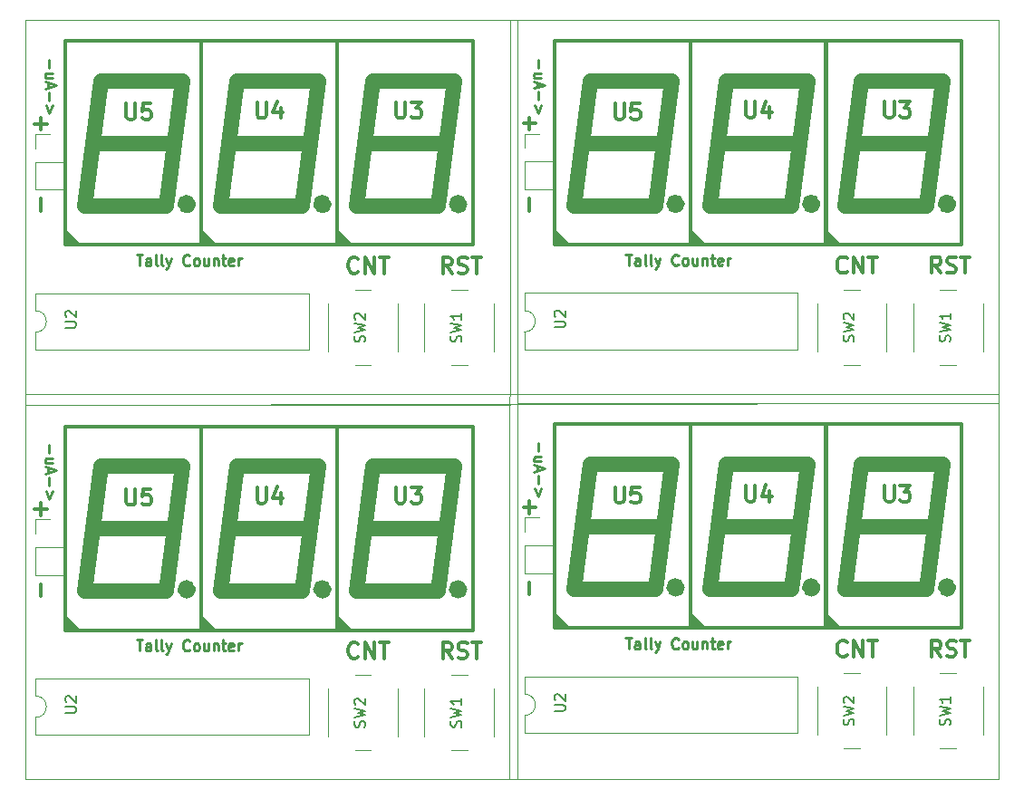
<source format=gbr>
G04 #@! TF.GenerationSoftware,KiCad,Pcbnew,(5.1.9)-1*
G04 #@! TF.CreationDate,2021-06-20T07:06:55+07:00*
G04 #@! TF.ProjectId,tally,74616c6c-792e-46b6-9963-61645f706362,rev?*
G04 #@! TF.SameCoordinates,Original*
G04 #@! TF.FileFunction,Legend,Top*
G04 #@! TF.FilePolarity,Positive*
%FSLAX46Y46*%
G04 Gerber Fmt 4.6, Leading zero omitted, Abs format (unit mm)*
G04 Created by KiCad (PCBNEW (5.1.9)-1) date 2021-06-20 07:06:55*
%MOMM*%
%LPD*%
G01*
G04 APERTURE LIST*
%ADD10C,0.120000*%
%ADD11C,0.300000*%
%ADD12C,0.250000*%
%ADD13C,0.322580*%
%ADD14C,1.399540*%
%ADD15C,0.304800*%
%ADD16C,1.000760*%
%ADD17C,0.150000*%
G04 APERTURE END LIST*
D10*
X202250000Y-99000000D02*
X202325000Y-28025000D01*
X203000000Y-28000000D02*
X203000000Y-99000000D01*
X248000000Y-63850000D02*
X157000000Y-64000000D01*
X157000000Y-63000000D02*
X248000000Y-63000000D01*
X157325000Y-64025000D02*
X202325000Y-64025000D01*
D11*
X158467857Y-73167857D02*
X158467857Y-74310714D01*
X157896428Y-73739285D02*
X159039285Y-73739285D01*
X158467857Y-80739285D02*
X158467857Y-81882142D01*
D12*
X159253571Y-67775000D02*
X159253571Y-68536904D01*
X159539285Y-69441666D02*
X158872619Y-69441666D01*
X159539285Y-69013095D02*
X159015476Y-69013095D01*
X158920238Y-69060714D01*
X158872619Y-69155952D01*
X158872619Y-69298809D01*
X158920238Y-69394047D01*
X158967857Y-69441666D01*
X159158333Y-69870238D02*
X159158333Y-70346428D01*
X158872619Y-69775000D02*
X159872619Y-70108333D01*
X158872619Y-70441666D01*
X159253571Y-70775000D02*
X159253571Y-71536904D01*
X159539285Y-72013095D02*
X159253571Y-72775000D01*
X158967857Y-72013095D01*
X167420238Y-85977380D02*
X167991666Y-85977380D01*
X167705952Y-86977380D02*
X167705952Y-85977380D01*
X168753571Y-86977380D02*
X168753571Y-86453571D01*
X168705952Y-86358333D01*
X168610714Y-86310714D01*
X168420238Y-86310714D01*
X168325000Y-86358333D01*
X168753571Y-86929761D02*
X168658333Y-86977380D01*
X168420238Y-86977380D01*
X168325000Y-86929761D01*
X168277380Y-86834523D01*
X168277380Y-86739285D01*
X168325000Y-86644047D01*
X168420238Y-86596428D01*
X168658333Y-86596428D01*
X168753571Y-86548809D01*
X169372619Y-86977380D02*
X169277380Y-86929761D01*
X169229761Y-86834523D01*
X169229761Y-85977380D01*
X169896428Y-86977380D02*
X169801190Y-86929761D01*
X169753571Y-86834523D01*
X169753571Y-85977380D01*
X170182142Y-86310714D02*
X170420238Y-86977380D01*
X170658333Y-86310714D02*
X170420238Y-86977380D01*
X170325000Y-87215476D01*
X170277380Y-87263095D01*
X170182142Y-87310714D01*
X172372619Y-86882142D02*
X172325000Y-86929761D01*
X172182142Y-86977380D01*
X172086904Y-86977380D01*
X171944047Y-86929761D01*
X171848809Y-86834523D01*
X171801190Y-86739285D01*
X171753571Y-86548809D01*
X171753571Y-86405952D01*
X171801190Y-86215476D01*
X171848809Y-86120238D01*
X171944047Y-86025000D01*
X172086904Y-85977380D01*
X172182142Y-85977380D01*
X172325000Y-86025000D01*
X172372619Y-86072619D01*
X172944047Y-86977380D02*
X172848809Y-86929761D01*
X172801190Y-86882142D01*
X172753571Y-86786904D01*
X172753571Y-86501190D01*
X172801190Y-86405952D01*
X172848809Y-86358333D01*
X172944047Y-86310714D01*
X173086904Y-86310714D01*
X173182142Y-86358333D01*
X173229761Y-86405952D01*
X173277380Y-86501190D01*
X173277380Y-86786904D01*
X173229761Y-86882142D01*
X173182142Y-86929761D01*
X173086904Y-86977380D01*
X172944047Y-86977380D01*
X174134523Y-86310714D02*
X174134523Y-86977380D01*
X173705952Y-86310714D02*
X173705952Y-86834523D01*
X173753571Y-86929761D01*
X173848809Y-86977380D01*
X173991666Y-86977380D01*
X174086904Y-86929761D01*
X174134523Y-86882142D01*
X174610714Y-86310714D02*
X174610714Y-86977380D01*
X174610714Y-86405952D02*
X174658333Y-86358333D01*
X174753571Y-86310714D01*
X174896428Y-86310714D01*
X174991666Y-86358333D01*
X175039285Y-86453571D01*
X175039285Y-86977380D01*
X175372619Y-86310714D02*
X175753571Y-86310714D01*
X175515476Y-85977380D02*
X175515476Y-86834523D01*
X175563095Y-86929761D01*
X175658333Y-86977380D01*
X175753571Y-86977380D01*
X176467857Y-86929761D02*
X176372619Y-86977380D01*
X176182142Y-86977380D01*
X176086904Y-86929761D01*
X176039285Y-86834523D01*
X176039285Y-86453571D01*
X176086904Y-86358333D01*
X176182142Y-86310714D01*
X176372619Y-86310714D01*
X176467857Y-86358333D01*
X176515476Y-86453571D01*
X176515476Y-86548809D01*
X176039285Y-86644047D01*
X176944047Y-86977380D02*
X176944047Y-86310714D01*
X176944047Y-86501190D02*
X176991666Y-86405952D01*
X177039285Y-86358333D01*
X177134523Y-86310714D01*
X177229761Y-86310714D01*
D11*
X188110714Y-87560714D02*
X188039285Y-87632142D01*
X187825000Y-87703571D01*
X187682142Y-87703571D01*
X187467857Y-87632142D01*
X187325000Y-87489285D01*
X187253571Y-87346428D01*
X187182142Y-87060714D01*
X187182142Y-86846428D01*
X187253571Y-86560714D01*
X187325000Y-86417857D01*
X187467857Y-86275000D01*
X187682142Y-86203571D01*
X187825000Y-86203571D01*
X188039285Y-86275000D01*
X188110714Y-86346428D01*
X188753571Y-87703571D02*
X188753571Y-86203571D01*
X189610714Y-87703571D01*
X189610714Y-86203571D01*
X190110714Y-86203571D02*
X190967857Y-86203571D01*
X190539285Y-87703571D02*
X190539285Y-86203571D01*
X196896428Y-87703571D02*
X196396428Y-86989285D01*
X196039285Y-87703571D02*
X196039285Y-86203571D01*
X196610714Y-86203571D01*
X196753571Y-86275000D01*
X196825000Y-86346428D01*
X196896428Y-86489285D01*
X196896428Y-86703571D01*
X196825000Y-86846428D01*
X196753571Y-86917857D01*
X196610714Y-86989285D01*
X196039285Y-86989285D01*
X197467857Y-87632142D02*
X197682142Y-87703571D01*
X198039285Y-87703571D01*
X198182142Y-87632142D01*
X198253571Y-87560714D01*
X198325000Y-87417857D01*
X198325000Y-87275000D01*
X198253571Y-87132142D01*
X198182142Y-87060714D01*
X198039285Y-86989285D01*
X197753571Y-86917857D01*
X197610714Y-86846428D01*
X197539285Y-86775000D01*
X197467857Y-86632142D01*
X197467857Y-86489285D01*
X197539285Y-86346428D01*
X197610714Y-86275000D01*
X197753571Y-86203571D01*
X198110714Y-86203571D01*
X198325000Y-86275000D01*
X198753571Y-86203571D02*
X199610714Y-86203571D01*
X199182142Y-87703571D02*
X199182142Y-86203571D01*
D10*
X157325000Y-28025000D02*
X202325000Y-28025000D01*
D11*
X158467857Y-37167857D02*
X158467857Y-38310714D01*
X157896428Y-37739285D02*
X159039285Y-37739285D01*
X158467857Y-44739285D02*
X158467857Y-45882142D01*
D12*
X159253571Y-31775000D02*
X159253571Y-32536904D01*
X159539285Y-33441666D02*
X158872619Y-33441666D01*
X159539285Y-33013095D02*
X159015476Y-33013095D01*
X158920238Y-33060714D01*
X158872619Y-33155952D01*
X158872619Y-33298809D01*
X158920238Y-33394047D01*
X158967857Y-33441666D01*
X159158333Y-33870238D02*
X159158333Y-34346428D01*
X158872619Y-33775000D02*
X159872619Y-34108333D01*
X158872619Y-34441666D01*
X159253571Y-34775000D02*
X159253571Y-35536904D01*
X159539285Y-36013095D02*
X159253571Y-36775000D01*
X158967857Y-36013095D01*
X167420238Y-49977380D02*
X167991666Y-49977380D01*
X167705952Y-50977380D02*
X167705952Y-49977380D01*
X168753571Y-50977380D02*
X168753571Y-50453571D01*
X168705952Y-50358333D01*
X168610714Y-50310714D01*
X168420238Y-50310714D01*
X168325000Y-50358333D01*
X168753571Y-50929761D02*
X168658333Y-50977380D01*
X168420238Y-50977380D01*
X168325000Y-50929761D01*
X168277380Y-50834523D01*
X168277380Y-50739285D01*
X168325000Y-50644047D01*
X168420238Y-50596428D01*
X168658333Y-50596428D01*
X168753571Y-50548809D01*
X169372619Y-50977380D02*
X169277380Y-50929761D01*
X169229761Y-50834523D01*
X169229761Y-49977380D01*
X169896428Y-50977380D02*
X169801190Y-50929761D01*
X169753571Y-50834523D01*
X169753571Y-49977380D01*
X170182142Y-50310714D02*
X170420238Y-50977380D01*
X170658333Y-50310714D02*
X170420238Y-50977380D01*
X170325000Y-51215476D01*
X170277380Y-51263095D01*
X170182142Y-51310714D01*
X172372619Y-50882142D02*
X172325000Y-50929761D01*
X172182142Y-50977380D01*
X172086904Y-50977380D01*
X171944047Y-50929761D01*
X171848809Y-50834523D01*
X171801190Y-50739285D01*
X171753571Y-50548809D01*
X171753571Y-50405952D01*
X171801190Y-50215476D01*
X171848809Y-50120238D01*
X171944047Y-50025000D01*
X172086904Y-49977380D01*
X172182142Y-49977380D01*
X172325000Y-50025000D01*
X172372619Y-50072619D01*
X172944047Y-50977380D02*
X172848809Y-50929761D01*
X172801190Y-50882142D01*
X172753571Y-50786904D01*
X172753571Y-50501190D01*
X172801190Y-50405952D01*
X172848809Y-50358333D01*
X172944047Y-50310714D01*
X173086904Y-50310714D01*
X173182142Y-50358333D01*
X173229761Y-50405952D01*
X173277380Y-50501190D01*
X173277380Y-50786904D01*
X173229761Y-50882142D01*
X173182142Y-50929761D01*
X173086904Y-50977380D01*
X172944047Y-50977380D01*
X174134523Y-50310714D02*
X174134523Y-50977380D01*
X173705952Y-50310714D02*
X173705952Y-50834523D01*
X173753571Y-50929761D01*
X173848809Y-50977380D01*
X173991666Y-50977380D01*
X174086904Y-50929761D01*
X174134523Y-50882142D01*
X174610714Y-50310714D02*
X174610714Y-50977380D01*
X174610714Y-50405952D02*
X174658333Y-50358333D01*
X174753571Y-50310714D01*
X174896428Y-50310714D01*
X174991666Y-50358333D01*
X175039285Y-50453571D01*
X175039285Y-50977380D01*
X175372619Y-50310714D02*
X175753571Y-50310714D01*
X175515476Y-49977380D02*
X175515476Y-50834523D01*
X175563095Y-50929761D01*
X175658333Y-50977380D01*
X175753571Y-50977380D01*
X176467857Y-50929761D02*
X176372619Y-50977380D01*
X176182142Y-50977380D01*
X176086904Y-50929761D01*
X176039285Y-50834523D01*
X176039285Y-50453571D01*
X176086904Y-50358333D01*
X176182142Y-50310714D01*
X176372619Y-50310714D01*
X176467857Y-50358333D01*
X176515476Y-50453571D01*
X176515476Y-50548809D01*
X176039285Y-50644047D01*
X176944047Y-50977380D02*
X176944047Y-50310714D01*
X176944047Y-50501190D02*
X176991666Y-50405952D01*
X177039285Y-50358333D01*
X177134523Y-50310714D01*
X177229761Y-50310714D01*
D11*
X188110714Y-51560714D02*
X188039285Y-51632142D01*
X187825000Y-51703571D01*
X187682142Y-51703571D01*
X187467857Y-51632142D01*
X187325000Y-51489285D01*
X187253571Y-51346428D01*
X187182142Y-51060714D01*
X187182142Y-50846428D01*
X187253571Y-50560714D01*
X187325000Y-50417857D01*
X187467857Y-50275000D01*
X187682142Y-50203571D01*
X187825000Y-50203571D01*
X188039285Y-50275000D01*
X188110714Y-50346428D01*
X188753571Y-51703571D02*
X188753571Y-50203571D01*
X189610714Y-51703571D01*
X189610714Y-50203571D01*
X190110714Y-50203571D02*
X190967857Y-50203571D01*
X190539285Y-51703571D02*
X190539285Y-50203571D01*
X196896428Y-51703571D02*
X196396428Y-50989285D01*
X196039285Y-51703571D02*
X196039285Y-50203571D01*
X196610714Y-50203571D01*
X196753571Y-50275000D01*
X196825000Y-50346428D01*
X196896428Y-50489285D01*
X196896428Y-50703571D01*
X196825000Y-50846428D01*
X196753571Y-50917857D01*
X196610714Y-50989285D01*
X196039285Y-50989285D01*
X197467857Y-51632142D02*
X197682142Y-51703571D01*
X198039285Y-51703571D01*
X198182142Y-51632142D01*
X198253571Y-51560714D01*
X198325000Y-51417857D01*
X198325000Y-51275000D01*
X198253571Y-51132142D01*
X198182142Y-51060714D01*
X198039285Y-50989285D01*
X197753571Y-50917857D01*
X197610714Y-50846428D01*
X197539285Y-50775000D01*
X197467857Y-50632142D01*
X197467857Y-50489285D01*
X197539285Y-50346428D01*
X197610714Y-50275000D01*
X197753571Y-50203571D01*
X198110714Y-50203571D01*
X198325000Y-50275000D01*
X198753571Y-50203571D02*
X199610714Y-50203571D01*
X199182142Y-51703571D02*
X199182142Y-50203571D01*
D10*
X203000000Y-63850000D02*
X248000000Y-63850000D01*
D11*
X204142857Y-72992857D02*
X204142857Y-74135714D01*
X203571428Y-73564285D02*
X204714285Y-73564285D01*
X204142857Y-80564285D02*
X204142857Y-81707142D01*
D12*
X204928571Y-67600000D02*
X204928571Y-68361904D01*
X205214285Y-69266666D02*
X204547619Y-69266666D01*
X205214285Y-68838095D02*
X204690476Y-68838095D01*
X204595238Y-68885714D01*
X204547619Y-68980952D01*
X204547619Y-69123809D01*
X204595238Y-69219047D01*
X204642857Y-69266666D01*
X204833333Y-69695238D02*
X204833333Y-70171428D01*
X204547619Y-69600000D02*
X205547619Y-69933333D01*
X204547619Y-70266666D01*
X204928571Y-70600000D02*
X204928571Y-71361904D01*
X205214285Y-71838095D02*
X204928571Y-72600000D01*
X204642857Y-71838095D01*
X213095238Y-85802380D02*
X213666666Y-85802380D01*
X213380952Y-86802380D02*
X213380952Y-85802380D01*
X214428571Y-86802380D02*
X214428571Y-86278571D01*
X214380952Y-86183333D01*
X214285714Y-86135714D01*
X214095238Y-86135714D01*
X214000000Y-86183333D01*
X214428571Y-86754761D02*
X214333333Y-86802380D01*
X214095238Y-86802380D01*
X214000000Y-86754761D01*
X213952380Y-86659523D01*
X213952380Y-86564285D01*
X214000000Y-86469047D01*
X214095238Y-86421428D01*
X214333333Y-86421428D01*
X214428571Y-86373809D01*
X215047619Y-86802380D02*
X214952380Y-86754761D01*
X214904761Y-86659523D01*
X214904761Y-85802380D01*
X215571428Y-86802380D02*
X215476190Y-86754761D01*
X215428571Y-86659523D01*
X215428571Y-85802380D01*
X215857142Y-86135714D02*
X216095238Y-86802380D01*
X216333333Y-86135714D02*
X216095238Y-86802380D01*
X216000000Y-87040476D01*
X215952380Y-87088095D01*
X215857142Y-87135714D01*
X218047619Y-86707142D02*
X218000000Y-86754761D01*
X217857142Y-86802380D01*
X217761904Y-86802380D01*
X217619047Y-86754761D01*
X217523809Y-86659523D01*
X217476190Y-86564285D01*
X217428571Y-86373809D01*
X217428571Y-86230952D01*
X217476190Y-86040476D01*
X217523809Y-85945238D01*
X217619047Y-85850000D01*
X217761904Y-85802380D01*
X217857142Y-85802380D01*
X218000000Y-85850000D01*
X218047619Y-85897619D01*
X218619047Y-86802380D02*
X218523809Y-86754761D01*
X218476190Y-86707142D01*
X218428571Y-86611904D01*
X218428571Y-86326190D01*
X218476190Y-86230952D01*
X218523809Y-86183333D01*
X218619047Y-86135714D01*
X218761904Y-86135714D01*
X218857142Y-86183333D01*
X218904761Y-86230952D01*
X218952380Y-86326190D01*
X218952380Y-86611904D01*
X218904761Y-86707142D01*
X218857142Y-86754761D01*
X218761904Y-86802380D01*
X218619047Y-86802380D01*
X219809523Y-86135714D02*
X219809523Y-86802380D01*
X219380952Y-86135714D02*
X219380952Y-86659523D01*
X219428571Y-86754761D01*
X219523809Y-86802380D01*
X219666666Y-86802380D01*
X219761904Y-86754761D01*
X219809523Y-86707142D01*
X220285714Y-86135714D02*
X220285714Y-86802380D01*
X220285714Y-86230952D02*
X220333333Y-86183333D01*
X220428571Y-86135714D01*
X220571428Y-86135714D01*
X220666666Y-86183333D01*
X220714285Y-86278571D01*
X220714285Y-86802380D01*
X221047619Y-86135714D02*
X221428571Y-86135714D01*
X221190476Y-85802380D02*
X221190476Y-86659523D01*
X221238095Y-86754761D01*
X221333333Y-86802380D01*
X221428571Y-86802380D01*
X222142857Y-86754761D02*
X222047619Y-86802380D01*
X221857142Y-86802380D01*
X221761904Y-86754761D01*
X221714285Y-86659523D01*
X221714285Y-86278571D01*
X221761904Y-86183333D01*
X221857142Y-86135714D01*
X222047619Y-86135714D01*
X222142857Y-86183333D01*
X222190476Y-86278571D01*
X222190476Y-86373809D01*
X221714285Y-86469047D01*
X222619047Y-86802380D02*
X222619047Y-86135714D01*
X222619047Y-86326190D02*
X222666666Y-86230952D01*
X222714285Y-86183333D01*
X222809523Y-86135714D01*
X222904761Y-86135714D01*
D11*
X233785714Y-87385714D02*
X233714285Y-87457142D01*
X233500000Y-87528571D01*
X233357142Y-87528571D01*
X233142857Y-87457142D01*
X233000000Y-87314285D01*
X232928571Y-87171428D01*
X232857142Y-86885714D01*
X232857142Y-86671428D01*
X232928571Y-86385714D01*
X233000000Y-86242857D01*
X233142857Y-86100000D01*
X233357142Y-86028571D01*
X233500000Y-86028571D01*
X233714285Y-86100000D01*
X233785714Y-86171428D01*
X234428571Y-87528571D02*
X234428571Y-86028571D01*
X235285714Y-87528571D01*
X235285714Y-86028571D01*
X235785714Y-86028571D02*
X236642857Y-86028571D01*
X236214285Y-87528571D02*
X236214285Y-86028571D01*
X242571428Y-87528571D02*
X242071428Y-86814285D01*
X241714285Y-87528571D02*
X241714285Y-86028571D01*
X242285714Y-86028571D01*
X242428571Y-86100000D01*
X242500000Y-86171428D01*
X242571428Y-86314285D01*
X242571428Y-86528571D01*
X242500000Y-86671428D01*
X242428571Y-86742857D01*
X242285714Y-86814285D01*
X241714285Y-86814285D01*
X243142857Y-87457142D02*
X243357142Y-87528571D01*
X243714285Y-87528571D01*
X243857142Y-87457142D01*
X243928571Y-87385714D01*
X244000000Y-87242857D01*
X244000000Y-87100000D01*
X243928571Y-86957142D01*
X243857142Y-86885714D01*
X243714285Y-86814285D01*
X243428571Y-86742857D01*
X243285714Y-86671428D01*
X243214285Y-86600000D01*
X243142857Y-86457142D01*
X243142857Y-86314285D01*
X243214285Y-86171428D01*
X243285714Y-86100000D01*
X243428571Y-86028571D01*
X243785714Y-86028571D01*
X244000000Y-86100000D01*
X244428571Y-86028571D02*
X245285714Y-86028571D01*
X244857142Y-87528571D02*
X244857142Y-86028571D01*
D10*
X157000000Y-28000000D02*
X203000000Y-28000000D01*
X157000000Y-99000000D02*
X157000000Y-28000000D01*
X248000000Y-99000000D02*
X157000000Y-99000000D01*
X248000000Y-28000000D02*
X248000000Y-99000000D01*
X203000000Y-28000000D02*
X248000000Y-28000000D01*
D12*
X213095238Y-49952380D02*
X213666666Y-49952380D01*
X213380952Y-50952380D02*
X213380952Y-49952380D01*
X214428571Y-50952380D02*
X214428571Y-50428571D01*
X214380952Y-50333333D01*
X214285714Y-50285714D01*
X214095238Y-50285714D01*
X214000000Y-50333333D01*
X214428571Y-50904761D02*
X214333333Y-50952380D01*
X214095238Y-50952380D01*
X214000000Y-50904761D01*
X213952380Y-50809523D01*
X213952380Y-50714285D01*
X214000000Y-50619047D01*
X214095238Y-50571428D01*
X214333333Y-50571428D01*
X214428571Y-50523809D01*
X215047619Y-50952380D02*
X214952380Y-50904761D01*
X214904761Y-50809523D01*
X214904761Y-49952380D01*
X215571428Y-50952380D02*
X215476190Y-50904761D01*
X215428571Y-50809523D01*
X215428571Y-49952380D01*
X215857142Y-50285714D02*
X216095238Y-50952380D01*
X216333333Y-50285714D02*
X216095238Y-50952380D01*
X216000000Y-51190476D01*
X215952380Y-51238095D01*
X215857142Y-51285714D01*
X218047619Y-50857142D02*
X218000000Y-50904761D01*
X217857142Y-50952380D01*
X217761904Y-50952380D01*
X217619047Y-50904761D01*
X217523809Y-50809523D01*
X217476190Y-50714285D01*
X217428571Y-50523809D01*
X217428571Y-50380952D01*
X217476190Y-50190476D01*
X217523809Y-50095238D01*
X217619047Y-50000000D01*
X217761904Y-49952380D01*
X217857142Y-49952380D01*
X218000000Y-50000000D01*
X218047619Y-50047619D01*
X218619047Y-50952380D02*
X218523809Y-50904761D01*
X218476190Y-50857142D01*
X218428571Y-50761904D01*
X218428571Y-50476190D01*
X218476190Y-50380952D01*
X218523809Y-50333333D01*
X218619047Y-50285714D01*
X218761904Y-50285714D01*
X218857142Y-50333333D01*
X218904761Y-50380952D01*
X218952380Y-50476190D01*
X218952380Y-50761904D01*
X218904761Y-50857142D01*
X218857142Y-50904761D01*
X218761904Y-50952380D01*
X218619047Y-50952380D01*
X219809523Y-50285714D02*
X219809523Y-50952380D01*
X219380952Y-50285714D02*
X219380952Y-50809523D01*
X219428571Y-50904761D01*
X219523809Y-50952380D01*
X219666666Y-50952380D01*
X219761904Y-50904761D01*
X219809523Y-50857142D01*
X220285714Y-50285714D02*
X220285714Y-50952380D01*
X220285714Y-50380952D02*
X220333333Y-50333333D01*
X220428571Y-50285714D01*
X220571428Y-50285714D01*
X220666666Y-50333333D01*
X220714285Y-50428571D01*
X220714285Y-50952380D01*
X221047619Y-50285714D02*
X221428571Y-50285714D01*
X221190476Y-49952380D02*
X221190476Y-50809523D01*
X221238095Y-50904761D01*
X221333333Y-50952380D01*
X221428571Y-50952380D01*
X222142857Y-50904761D02*
X222047619Y-50952380D01*
X221857142Y-50952380D01*
X221761904Y-50904761D01*
X221714285Y-50809523D01*
X221714285Y-50428571D01*
X221761904Y-50333333D01*
X221857142Y-50285714D01*
X222047619Y-50285714D01*
X222142857Y-50333333D01*
X222190476Y-50428571D01*
X222190476Y-50523809D01*
X221714285Y-50619047D01*
X222619047Y-50952380D02*
X222619047Y-50285714D01*
X222619047Y-50476190D02*
X222666666Y-50380952D01*
X222714285Y-50333333D01*
X222809523Y-50285714D01*
X222904761Y-50285714D01*
X204928571Y-31750000D02*
X204928571Y-32511904D01*
X205214285Y-33416666D02*
X204547619Y-33416666D01*
X205214285Y-32988095D02*
X204690476Y-32988095D01*
X204595238Y-33035714D01*
X204547619Y-33130952D01*
X204547619Y-33273809D01*
X204595238Y-33369047D01*
X204642857Y-33416666D01*
X204833333Y-33845238D02*
X204833333Y-34321428D01*
X204547619Y-33750000D02*
X205547619Y-34083333D01*
X204547619Y-34416666D01*
X204928571Y-34750000D02*
X204928571Y-35511904D01*
X205214285Y-35988095D02*
X204928571Y-36750000D01*
X204642857Y-35988095D01*
D11*
X204142857Y-37142857D02*
X204142857Y-38285714D01*
X203571428Y-37714285D02*
X204714285Y-37714285D01*
X204142857Y-44714285D02*
X204142857Y-45857142D01*
X233785714Y-51535714D02*
X233714285Y-51607142D01*
X233500000Y-51678571D01*
X233357142Y-51678571D01*
X233142857Y-51607142D01*
X233000000Y-51464285D01*
X232928571Y-51321428D01*
X232857142Y-51035714D01*
X232857142Y-50821428D01*
X232928571Y-50535714D01*
X233000000Y-50392857D01*
X233142857Y-50250000D01*
X233357142Y-50178571D01*
X233500000Y-50178571D01*
X233714285Y-50250000D01*
X233785714Y-50321428D01*
X234428571Y-51678571D02*
X234428571Y-50178571D01*
X235285714Y-51678571D01*
X235285714Y-50178571D01*
X235785714Y-50178571D02*
X236642857Y-50178571D01*
X236214285Y-51678571D02*
X236214285Y-50178571D01*
X242571428Y-51678571D02*
X242071428Y-50964285D01*
X241714285Y-51678571D02*
X241714285Y-50178571D01*
X242285714Y-50178571D01*
X242428571Y-50250000D01*
X242500000Y-50321428D01*
X242571428Y-50464285D01*
X242571428Y-50678571D01*
X242500000Y-50821428D01*
X242428571Y-50892857D01*
X242285714Y-50964285D01*
X241714285Y-50964285D01*
X243142857Y-51607142D02*
X243357142Y-51678571D01*
X243714285Y-51678571D01*
X243857142Y-51607142D01*
X243928571Y-51535714D01*
X244000000Y-51392857D01*
X244000000Y-51250000D01*
X243928571Y-51107142D01*
X243857142Y-51035714D01*
X243714285Y-50964285D01*
X243428571Y-50892857D01*
X243285714Y-50821428D01*
X243214285Y-50750000D01*
X243142857Y-50607142D01*
X243142857Y-50464285D01*
X243214285Y-50321428D01*
X243285714Y-50250000D01*
X243428571Y-50178571D01*
X243785714Y-50178571D01*
X244000000Y-50250000D01*
X244428571Y-50178571D02*
X245285714Y-50178571D01*
X244857142Y-51678571D02*
X244857142Y-50178571D01*
D13*
X186175000Y-66000000D02*
X186175000Y-85050000D01*
X173475000Y-85050000D02*
X173475000Y-66000000D01*
D14*
X183635000Y-75525000D02*
X176015000Y-75525000D01*
X176777000Y-69683000D02*
X175253000Y-81367000D01*
X175253000Y-81367000D02*
X182873000Y-81367000D01*
X182873000Y-81367000D02*
X184397000Y-69683000D01*
X184397000Y-69683000D02*
X176777000Y-69683000D01*
D15*
X174745000Y-85050000D02*
X173475000Y-83780000D01*
D16*
X185137210Y-81240000D02*
G75*
G03*
X185137210Y-81240000I-359210J0D01*
G01*
D15*
X173983000Y-85050000D02*
X173475000Y-84542000D01*
X174364000Y-85050000D02*
X173475000Y-84161000D01*
D13*
X173475000Y-85050000D02*
X186175000Y-85050000D01*
X186175000Y-66000000D02*
X173475000Y-66000000D01*
D10*
X191825000Y-95025000D02*
X191825000Y-90525000D01*
X187825000Y-96275000D02*
X189325000Y-96275000D01*
X185325000Y-90525000D02*
X185325000Y-95025000D01*
X189325000Y-89275000D02*
X187825000Y-89275000D01*
X198325000Y-89275000D02*
X196825000Y-89275000D01*
X194325000Y-90525000D02*
X194325000Y-95025000D01*
X196825000Y-96275000D02*
X198325000Y-96275000D01*
X200825000Y-95025000D02*
X200825000Y-90525000D01*
X157995000Y-79895000D02*
X160655000Y-79895000D01*
X157995000Y-77295000D02*
X157995000Y-79895000D01*
X160655000Y-77295000D02*
X160655000Y-79895000D01*
X157995000Y-77295000D02*
X160655000Y-77295000D01*
X157995000Y-76025000D02*
X157995000Y-74695000D01*
X157995000Y-74695000D02*
X159325000Y-74695000D01*
X157995000Y-93215000D02*
X157995000Y-94865000D01*
X157995000Y-94865000D02*
X183515000Y-94865000D01*
X183515000Y-94865000D02*
X183515000Y-89565000D01*
X183515000Y-89565000D02*
X157995000Y-89565000D01*
X157995000Y-89565000D02*
X157995000Y-91215000D01*
X157995000Y-91215000D02*
G75*
G02*
X157995000Y-93215000I0J-1000000D01*
G01*
D13*
X198855000Y-66000000D02*
X186155000Y-66000000D01*
X186155000Y-85050000D02*
X198855000Y-85050000D01*
D15*
X187044000Y-85050000D02*
X186155000Y-84161000D01*
X186663000Y-85050000D02*
X186155000Y-84542000D01*
D16*
X197817210Y-81240000D02*
G75*
G03*
X197817210Y-81240000I-359210J0D01*
G01*
D15*
X187425000Y-85050000D02*
X186155000Y-83780000D01*
D14*
X197077000Y-69683000D02*
X189457000Y-69683000D01*
X195553000Y-81367000D02*
X197077000Y-69683000D01*
X187933000Y-81367000D02*
X195553000Y-81367000D01*
X189457000Y-69683000D02*
X187933000Y-81367000D01*
X196315000Y-75525000D02*
X188695000Y-75525000D01*
D13*
X186155000Y-85050000D02*
X186155000Y-66000000D01*
X198855000Y-66000000D02*
X198855000Y-85050000D01*
X173495000Y-66000000D02*
X160795000Y-66000000D01*
X160795000Y-85050000D02*
X173495000Y-85050000D01*
D15*
X161684000Y-85050000D02*
X160795000Y-84161000D01*
X161303000Y-85050000D02*
X160795000Y-84542000D01*
D16*
X172457210Y-81240000D02*
G75*
G03*
X172457210Y-81240000I-359210J0D01*
G01*
D15*
X162065000Y-85050000D02*
X160795000Y-83780000D01*
D14*
X171717000Y-69683000D02*
X164097000Y-69683000D01*
X170193000Y-81367000D02*
X171717000Y-69683000D01*
X162573000Y-81367000D02*
X170193000Y-81367000D01*
X164097000Y-69683000D02*
X162573000Y-81367000D01*
X170955000Y-75525000D02*
X163335000Y-75525000D01*
D13*
X160795000Y-85050000D02*
X160795000Y-66000000D01*
X173495000Y-66000000D02*
X173495000Y-85050000D01*
X186175000Y-30000000D02*
X186175000Y-49050000D01*
X173475000Y-49050000D02*
X173475000Y-30000000D01*
D14*
X183635000Y-39525000D02*
X176015000Y-39525000D01*
X176777000Y-33683000D02*
X175253000Y-45367000D01*
X175253000Y-45367000D02*
X182873000Y-45367000D01*
X182873000Y-45367000D02*
X184397000Y-33683000D01*
X184397000Y-33683000D02*
X176777000Y-33683000D01*
D15*
X174745000Y-49050000D02*
X173475000Y-47780000D01*
D16*
X185137210Y-45240000D02*
G75*
G03*
X185137210Y-45240000I-359210J0D01*
G01*
D15*
X173983000Y-49050000D02*
X173475000Y-48542000D01*
X174364000Y-49050000D02*
X173475000Y-48161000D01*
D13*
X173475000Y-49050000D02*
X186175000Y-49050000D01*
X186175000Y-30000000D02*
X173475000Y-30000000D01*
D10*
X191825000Y-59025000D02*
X191825000Y-54525000D01*
X187825000Y-60275000D02*
X189325000Y-60275000D01*
X185325000Y-54525000D02*
X185325000Y-59025000D01*
X189325000Y-53275000D02*
X187825000Y-53275000D01*
X198325000Y-53275000D02*
X196825000Y-53275000D01*
X194325000Y-54525000D02*
X194325000Y-59025000D01*
X196825000Y-60275000D02*
X198325000Y-60275000D01*
X200825000Y-59025000D02*
X200825000Y-54525000D01*
X157995000Y-43895000D02*
X160655000Y-43895000D01*
X157995000Y-41295000D02*
X157995000Y-43895000D01*
X160655000Y-41295000D02*
X160655000Y-43895000D01*
X157995000Y-41295000D02*
X160655000Y-41295000D01*
X157995000Y-40025000D02*
X157995000Y-38695000D01*
X157995000Y-38695000D02*
X159325000Y-38695000D01*
X157995000Y-57215000D02*
X157995000Y-58865000D01*
X157995000Y-58865000D02*
X183515000Y-58865000D01*
X183515000Y-58865000D02*
X183515000Y-53565000D01*
X183515000Y-53565000D02*
X157995000Y-53565000D01*
X157995000Y-53565000D02*
X157995000Y-55215000D01*
X157995000Y-55215000D02*
G75*
G02*
X157995000Y-57215000I0J-1000000D01*
G01*
D13*
X198855000Y-30000000D02*
X186155000Y-30000000D01*
X186155000Y-49050000D02*
X198855000Y-49050000D01*
D15*
X187044000Y-49050000D02*
X186155000Y-48161000D01*
X186663000Y-49050000D02*
X186155000Y-48542000D01*
D16*
X197817210Y-45240000D02*
G75*
G03*
X197817210Y-45240000I-359210J0D01*
G01*
D15*
X187425000Y-49050000D02*
X186155000Y-47780000D01*
D14*
X197077000Y-33683000D02*
X189457000Y-33683000D01*
X195553000Y-45367000D02*
X197077000Y-33683000D01*
X187933000Y-45367000D02*
X195553000Y-45367000D01*
X189457000Y-33683000D02*
X187933000Y-45367000D01*
X196315000Y-39525000D02*
X188695000Y-39525000D01*
D13*
X186155000Y-49050000D02*
X186155000Y-30000000D01*
X198855000Y-30000000D02*
X198855000Y-49050000D01*
X173495000Y-30000000D02*
X160795000Y-30000000D01*
X160795000Y-49050000D02*
X173495000Y-49050000D01*
D15*
X161684000Y-49050000D02*
X160795000Y-48161000D01*
X161303000Y-49050000D02*
X160795000Y-48542000D01*
D16*
X172457210Y-45240000D02*
G75*
G03*
X172457210Y-45240000I-359210J0D01*
G01*
D15*
X162065000Y-49050000D02*
X160795000Y-47780000D01*
D14*
X171717000Y-33683000D02*
X164097000Y-33683000D01*
X170193000Y-45367000D02*
X171717000Y-33683000D01*
X162573000Y-45367000D02*
X170193000Y-45367000D01*
X164097000Y-33683000D02*
X162573000Y-45367000D01*
X170955000Y-39525000D02*
X163335000Y-39525000D01*
D13*
X160795000Y-49050000D02*
X160795000Y-30000000D01*
X173495000Y-30000000D02*
X173495000Y-49050000D01*
X231850000Y-65825000D02*
X231850000Y-84875000D01*
X219150000Y-84875000D02*
X219150000Y-65825000D01*
D14*
X229310000Y-75350000D02*
X221690000Y-75350000D01*
X222452000Y-69508000D02*
X220928000Y-81192000D01*
X220928000Y-81192000D02*
X228548000Y-81192000D01*
X228548000Y-81192000D02*
X230072000Y-69508000D01*
X230072000Y-69508000D02*
X222452000Y-69508000D01*
D15*
X220420000Y-84875000D02*
X219150000Y-83605000D01*
D16*
X230812210Y-81065000D02*
G75*
G03*
X230812210Y-81065000I-359210J0D01*
G01*
D15*
X219658000Y-84875000D02*
X219150000Y-84367000D01*
X220039000Y-84875000D02*
X219150000Y-83986000D01*
D13*
X219150000Y-84875000D02*
X231850000Y-84875000D01*
X231850000Y-65825000D02*
X219150000Y-65825000D01*
D10*
X237500000Y-94850000D02*
X237500000Y-90350000D01*
X233500000Y-96100000D02*
X235000000Y-96100000D01*
X231000000Y-90350000D02*
X231000000Y-94850000D01*
X235000000Y-89100000D02*
X233500000Y-89100000D01*
X244000000Y-89100000D02*
X242500000Y-89100000D01*
X240000000Y-90350000D02*
X240000000Y-94850000D01*
X242500000Y-96100000D02*
X244000000Y-96100000D01*
X246500000Y-94850000D02*
X246500000Y-90350000D01*
X203670000Y-79720000D02*
X206330000Y-79720000D01*
X203670000Y-77120000D02*
X203670000Y-79720000D01*
X206330000Y-77120000D02*
X206330000Y-79720000D01*
X203670000Y-77120000D02*
X206330000Y-77120000D01*
X203670000Y-75850000D02*
X203670000Y-74520000D01*
X203670000Y-74520000D02*
X205000000Y-74520000D01*
X203670000Y-93040000D02*
X203670000Y-94690000D01*
X203670000Y-94690000D02*
X229190000Y-94690000D01*
X229190000Y-94690000D02*
X229190000Y-89390000D01*
X229190000Y-89390000D02*
X203670000Y-89390000D01*
X203670000Y-89390000D02*
X203670000Y-91040000D01*
X203670000Y-91040000D02*
G75*
G02*
X203670000Y-93040000I0J-1000000D01*
G01*
D13*
X244530000Y-65825000D02*
X231830000Y-65825000D01*
X231830000Y-84875000D02*
X244530000Y-84875000D01*
D15*
X232719000Y-84875000D02*
X231830000Y-83986000D01*
X232338000Y-84875000D02*
X231830000Y-84367000D01*
D16*
X243492210Y-81065000D02*
G75*
G03*
X243492210Y-81065000I-359210J0D01*
G01*
D15*
X233100000Y-84875000D02*
X231830000Y-83605000D01*
D14*
X242752000Y-69508000D02*
X235132000Y-69508000D01*
X241228000Y-81192000D02*
X242752000Y-69508000D01*
X233608000Y-81192000D02*
X241228000Y-81192000D01*
X235132000Y-69508000D02*
X233608000Y-81192000D01*
X241990000Y-75350000D02*
X234370000Y-75350000D01*
D13*
X231830000Y-84875000D02*
X231830000Y-65825000D01*
X244530000Y-65825000D02*
X244530000Y-84875000D01*
X219170000Y-65825000D02*
X206470000Y-65825000D01*
X206470000Y-84875000D02*
X219170000Y-84875000D01*
D15*
X207359000Y-84875000D02*
X206470000Y-83986000D01*
X206978000Y-84875000D02*
X206470000Y-84367000D01*
D16*
X218132210Y-81065000D02*
G75*
G03*
X218132210Y-81065000I-359210J0D01*
G01*
D15*
X207740000Y-84875000D02*
X206470000Y-83605000D01*
D14*
X217392000Y-69508000D02*
X209772000Y-69508000D01*
X215868000Y-81192000D02*
X217392000Y-69508000D01*
X208248000Y-81192000D02*
X215868000Y-81192000D01*
X209772000Y-69508000D02*
X208248000Y-81192000D01*
X216630000Y-75350000D02*
X209010000Y-75350000D01*
D13*
X206470000Y-84875000D02*
X206470000Y-65825000D01*
X219170000Y-65825000D02*
X219170000Y-84875000D01*
D10*
X203670000Y-43870000D02*
X206330000Y-43870000D01*
X203670000Y-41270000D02*
X203670000Y-43870000D01*
X206330000Y-41270000D02*
X206330000Y-43870000D01*
X203670000Y-41270000D02*
X206330000Y-41270000D01*
X203670000Y-40000000D02*
X203670000Y-38670000D01*
X203670000Y-38670000D02*
X205000000Y-38670000D01*
X244000000Y-53250000D02*
X242500000Y-53250000D01*
X240000000Y-54500000D02*
X240000000Y-59000000D01*
X242500000Y-60250000D02*
X244000000Y-60250000D01*
X246500000Y-59000000D02*
X246500000Y-54500000D01*
X237500000Y-59000000D02*
X237500000Y-54500000D01*
X233500000Y-60250000D02*
X235000000Y-60250000D01*
X231000000Y-54500000D02*
X231000000Y-59000000D01*
X235000000Y-53250000D02*
X233500000Y-53250000D01*
X203670000Y-57190000D02*
X203670000Y-58840000D01*
X203670000Y-58840000D02*
X229190000Y-58840000D01*
X229190000Y-58840000D02*
X229190000Y-53540000D01*
X229190000Y-53540000D02*
X203670000Y-53540000D01*
X203670000Y-53540000D02*
X203670000Y-55190000D01*
X203670000Y-55190000D02*
G75*
G02*
X203670000Y-57190000I0J-1000000D01*
G01*
D13*
X244530000Y-29975000D02*
X231830000Y-29975000D01*
X231830000Y-49025000D02*
X244530000Y-49025000D01*
D15*
X232719000Y-49025000D02*
X231830000Y-48136000D01*
X232338000Y-49025000D02*
X231830000Y-48517000D01*
D16*
X243492210Y-45215000D02*
G75*
G03*
X243492210Y-45215000I-359210J0D01*
G01*
D15*
X233100000Y-49025000D02*
X231830000Y-47755000D01*
D14*
X242752000Y-33658000D02*
X235132000Y-33658000D01*
X241228000Y-45342000D02*
X242752000Y-33658000D01*
X233608000Y-45342000D02*
X241228000Y-45342000D01*
X235132000Y-33658000D02*
X233608000Y-45342000D01*
X241990000Y-39500000D02*
X234370000Y-39500000D01*
D13*
X231830000Y-49025000D02*
X231830000Y-29975000D01*
X244530000Y-29975000D02*
X244530000Y-49025000D01*
X231850000Y-29975000D02*
X231850000Y-49025000D01*
X219150000Y-49025000D02*
X219150000Y-29975000D01*
D14*
X229310000Y-39500000D02*
X221690000Y-39500000D01*
X222452000Y-33658000D02*
X220928000Y-45342000D01*
X220928000Y-45342000D02*
X228548000Y-45342000D01*
X228548000Y-45342000D02*
X230072000Y-33658000D01*
X230072000Y-33658000D02*
X222452000Y-33658000D01*
D15*
X220420000Y-49025000D02*
X219150000Y-47755000D01*
D16*
X230812210Y-45215000D02*
G75*
G03*
X230812210Y-45215000I-359210J0D01*
G01*
D15*
X219658000Y-49025000D02*
X219150000Y-48517000D01*
X220039000Y-49025000D02*
X219150000Y-48136000D01*
D13*
X219150000Y-49025000D02*
X231850000Y-49025000D01*
X231850000Y-29975000D02*
X219150000Y-29975000D01*
X219170000Y-29975000D02*
X206470000Y-29975000D01*
X206470000Y-49025000D02*
X219170000Y-49025000D01*
D15*
X207359000Y-49025000D02*
X206470000Y-48136000D01*
X206978000Y-49025000D02*
X206470000Y-48517000D01*
D16*
X218132210Y-45215000D02*
G75*
G03*
X218132210Y-45215000I-359210J0D01*
G01*
D15*
X207740000Y-49025000D02*
X206470000Y-47755000D01*
D14*
X217392000Y-33658000D02*
X209772000Y-33658000D01*
X215868000Y-45342000D02*
X217392000Y-33658000D01*
X208248000Y-45342000D02*
X215868000Y-45342000D01*
X209772000Y-33658000D02*
X208248000Y-45342000D01*
X216630000Y-39500000D02*
X209010000Y-39500000D01*
D13*
X206470000Y-49025000D02*
X206470000Y-29975000D01*
X219170000Y-29975000D02*
X219170000Y-49025000D01*
D11*
X178682142Y-71703571D02*
X178682142Y-72917857D01*
X178753571Y-73060714D01*
X178825000Y-73132142D01*
X178967857Y-73203571D01*
X179253571Y-73203571D01*
X179396428Y-73132142D01*
X179467857Y-73060714D01*
X179539285Y-72917857D01*
X179539285Y-71703571D01*
X180896428Y-72203571D02*
X180896428Y-73203571D01*
X180539285Y-71632142D02*
X180182142Y-72703571D01*
X181110714Y-72703571D01*
D17*
X188729761Y-94108333D02*
X188777380Y-93965476D01*
X188777380Y-93727380D01*
X188729761Y-93632142D01*
X188682142Y-93584523D01*
X188586904Y-93536904D01*
X188491666Y-93536904D01*
X188396428Y-93584523D01*
X188348809Y-93632142D01*
X188301190Y-93727380D01*
X188253571Y-93917857D01*
X188205952Y-94013095D01*
X188158333Y-94060714D01*
X188063095Y-94108333D01*
X187967857Y-94108333D01*
X187872619Y-94060714D01*
X187825000Y-94013095D01*
X187777380Y-93917857D01*
X187777380Y-93679761D01*
X187825000Y-93536904D01*
X187777380Y-93203571D02*
X188777380Y-92965476D01*
X188063095Y-92775000D01*
X188777380Y-92584523D01*
X187777380Y-92346428D01*
X187872619Y-92013095D02*
X187825000Y-91965476D01*
X187777380Y-91870238D01*
X187777380Y-91632142D01*
X187825000Y-91536904D01*
X187872619Y-91489285D01*
X187967857Y-91441666D01*
X188063095Y-91441666D01*
X188205952Y-91489285D01*
X188777380Y-92060714D01*
X188777380Y-91441666D01*
X197729761Y-94108333D02*
X197777380Y-93965476D01*
X197777380Y-93727380D01*
X197729761Y-93632142D01*
X197682142Y-93584523D01*
X197586904Y-93536904D01*
X197491666Y-93536904D01*
X197396428Y-93584523D01*
X197348809Y-93632142D01*
X197301190Y-93727380D01*
X197253571Y-93917857D01*
X197205952Y-94013095D01*
X197158333Y-94060714D01*
X197063095Y-94108333D01*
X196967857Y-94108333D01*
X196872619Y-94060714D01*
X196825000Y-94013095D01*
X196777380Y-93917857D01*
X196777380Y-93679761D01*
X196825000Y-93536904D01*
X196777380Y-93203571D02*
X197777380Y-92965476D01*
X197063095Y-92775000D01*
X197777380Y-92584523D01*
X196777380Y-92346428D01*
X197777380Y-91441666D02*
X197777380Y-92013095D01*
X197777380Y-91727380D02*
X196777380Y-91727380D01*
X196920238Y-91822619D01*
X197015476Y-91917857D01*
X197063095Y-92013095D01*
X160777380Y-92786904D02*
X161586904Y-92786904D01*
X161682142Y-92739285D01*
X161729761Y-92691666D01*
X161777380Y-92596428D01*
X161777380Y-92405952D01*
X161729761Y-92310714D01*
X161682142Y-92263095D01*
X161586904Y-92215476D01*
X160777380Y-92215476D01*
X160872619Y-91786904D02*
X160825000Y-91739285D01*
X160777380Y-91644047D01*
X160777380Y-91405952D01*
X160825000Y-91310714D01*
X160872619Y-91263095D01*
X160967857Y-91215476D01*
X161063095Y-91215476D01*
X161205952Y-91263095D01*
X161777380Y-91834523D01*
X161777380Y-91215476D01*
D11*
X191662142Y-71703571D02*
X191662142Y-72917857D01*
X191733571Y-73060714D01*
X191805000Y-73132142D01*
X191947857Y-73203571D01*
X192233571Y-73203571D01*
X192376428Y-73132142D01*
X192447857Y-73060714D01*
X192519285Y-72917857D01*
X192519285Y-71703571D01*
X193090714Y-71703571D02*
X194019285Y-71703571D01*
X193519285Y-72275000D01*
X193733571Y-72275000D01*
X193876428Y-72346428D01*
X193947857Y-72417857D01*
X194019285Y-72560714D01*
X194019285Y-72917857D01*
X193947857Y-73060714D01*
X193876428Y-73132142D01*
X193733571Y-73203571D01*
X193305000Y-73203571D01*
X193162142Y-73132142D01*
X193090714Y-73060714D01*
X166452142Y-71853571D02*
X166452142Y-73067857D01*
X166523571Y-73210714D01*
X166595000Y-73282142D01*
X166737857Y-73353571D01*
X167023571Y-73353571D01*
X167166428Y-73282142D01*
X167237857Y-73210714D01*
X167309285Y-73067857D01*
X167309285Y-71853571D01*
X168737857Y-71853571D02*
X168023571Y-71853571D01*
X167952142Y-72567857D01*
X168023571Y-72496428D01*
X168166428Y-72425000D01*
X168523571Y-72425000D01*
X168666428Y-72496428D01*
X168737857Y-72567857D01*
X168809285Y-72710714D01*
X168809285Y-73067857D01*
X168737857Y-73210714D01*
X168666428Y-73282142D01*
X168523571Y-73353571D01*
X168166428Y-73353571D01*
X168023571Y-73282142D01*
X167952142Y-73210714D01*
X178682142Y-35703571D02*
X178682142Y-36917857D01*
X178753571Y-37060714D01*
X178825000Y-37132142D01*
X178967857Y-37203571D01*
X179253571Y-37203571D01*
X179396428Y-37132142D01*
X179467857Y-37060714D01*
X179539285Y-36917857D01*
X179539285Y-35703571D01*
X180896428Y-36203571D02*
X180896428Y-37203571D01*
X180539285Y-35632142D02*
X180182142Y-36703571D01*
X181110714Y-36703571D01*
D17*
X188729761Y-58108333D02*
X188777380Y-57965476D01*
X188777380Y-57727380D01*
X188729761Y-57632142D01*
X188682142Y-57584523D01*
X188586904Y-57536904D01*
X188491666Y-57536904D01*
X188396428Y-57584523D01*
X188348809Y-57632142D01*
X188301190Y-57727380D01*
X188253571Y-57917857D01*
X188205952Y-58013095D01*
X188158333Y-58060714D01*
X188063095Y-58108333D01*
X187967857Y-58108333D01*
X187872619Y-58060714D01*
X187825000Y-58013095D01*
X187777380Y-57917857D01*
X187777380Y-57679761D01*
X187825000Y-57536904D01*
X187777380Y-57203571D02*
X188777380Y-56965476D01*
X188063095Y-56775000D01*
X188777380Y-56584523D01*
X187777380Y-56346428D01*
X187872619Y-56013095D02*
X187825000Y-55965476D01*
X187777380Y-55870238D01*
X187777380Y-55632142D01*
X187825000Y-55536904D01*
X187872619Y-55489285D01*
X187967857Y-55441666D01*
X188063095Y-55441666D01*
X188205952Y-55489285D01*
X188777380Y-56060714D01*
X188777380Y-55441666D01*
X197729761Y-58108333D02*
X197777380Y-57965476D01*
X197777380Y-57727380D01*
X197729761Y-57632142D01*
X197682142Y-57584523D01*
X197586904Y-57536904D01*
X197491666Y-57536904D01*
X197396428Y-57584523D01*
X197348809Y-57632142D01*
X197301190Y-57727380D01*
X197253571Y-57917857D01*
X197205952Y-58013095D01*
X197158333Y-58060714D01*
X197063095Y-58108333D01*
X196967857Y-58108333D01*
X196872619Y-58060714D01*
X196825000Y-58013095D01*
X196777380Y-57917857D01*
X196777380Y-57679761D01*
X196825000Y-57536904D01*
X196777380Y-57203571D02*
X197777380Y-56965476D01*
X197063095Y-56775000D01*
X197777380Y-56584523D01*
X196777380Y-56346428D01*
X197777380Y-55441666D02*
X197777380Y-56013095D01*
X197777380Y-55727380D02*
X196777380Y-55727380D01*
X196920238Y-55822619D01*
X197015476Y-55917857D01*
X197063095Y-56013095D01*
X160777380Y-56786904D02*
X161586904Y-56786904D01*
X161682142Y-56739285D01*
X161729761Y-56691666D01*
X161777380Y-56596428D01*
X161777380Y-56405952D01*
X161729761Y-56310714D01*
X161682142Y-56263095D01*
X161586904Y-56215476D01*
X160777380Y-56215476D01*
X160872619Y-55786904D02*
X160825000Y-55739285D01*
X160777380Y-55644047D01*
X160777380Y-55405952D01*
X160825000Y-55310714D01*
X160872619Y-55263095D01*
X160967857Y-55215476D01*
X161063095Y-55215476D01*
X161205952Y-55263095D01*
X161777380Y-55834523D01*
X161777380Y-55215476D01*
D11*
X191662142Y-35703571D02*
X191662142Y-36917857D01*
X191733571Y-37060714D01*
X191805000Y-37132142D01*
X191947857Y-37203571D01*
X192233571Y-37203571D01*
X192376428Y-37132142D01*
X192447857Y-37060714D01*
X192519285Y-36917857D01*
X192519285Y-35703571D01*
X193090714Y-35703571D02*
X194019285Y-35703571D01*
X193519285Y-36275000D01*
X193733571Y-36275000D01*
X193876428Y-36346428D01*
X193947857Y-36417857D01*
X194019285Y-36560714D01*
X194019285Y-36917857D01*
X193947857Y-37060714D01*
X193876428Y-37132142D01*
X193733571Y-37203571D01*
X193305000Y-37203571D01*
X193162142Y-37132142D01*
X193090714Y-37060714D01*
X166452142Y-35853571D02*
X166452142Y-37067857D01*
X166523571Y-37210714D01*
X166595000Y-37282142D01*
X166737857Y-37353571D01*
X167023571Y-37353571D01*
X167166428Y-37282142D01*
X167237857Y-37210714D01*
X167309285Y-37067857D01*
X167309285Y-35853571D01*
X168737857Y-35853571D02*
X168023571Y-35853571D01*
X167952142Y-36567857D01*
X168023571Y-36496428D01*
X168166428Y-36425000D01*
X168523571Y-36425000D01*
X168666428Y-36496428D01*
X168737857Y-36567857D01*
X168809285Y-36710714D01*
X168809285Y-37067857D01*
X168737857Y-37210714D01*
X168666428Y-37282142D01*
X168523571Y-37353571D01*
X168166428Y-37353571D01*
X168023571Y-37282142D01*
X167952142Y-37210714D01*
X224357142Y-71528571D02*
X224357142Y-72742857D01*
X224428571Y-72885714D01*
X224500000Y-72957142D01*
X224642857Y-73028571D01*
X224928571Y-73028571D01*
X225071428Y-72957142D01*
X225142857Y-72885714D01*
X225214285Y-72742857D01*
X225214285Y-71528571D01*
X226571428Y-72028571D02*
X226571428Y-73028571D01*
X226214285Y-71457142D02*
X225857142Y-72528571D01*
X226785714Y-72528571D01*
D17*
X234404761Y-93933333D02*
X234452380Y-93790476D01*
X234452380Y-93552380D01*
X234404761Y-93457142D01*
X234357142Y-93409523D01*
X234261904Y-93361904D01*
X234166666Y-93361904D01*
X234071428Y-93409523D01*
X234023809Y-93457142D01*
X233976190Y-93552380D01*
X233928571Y-93742857D01*
X233880952Y-93838095D01*
X233833333Y-93885714D01*
X233738095Y-93933333D01*
X233642857Y-93933333D01*
X233547619Y-93885714D01*
X233500000Y-93838095D01*
X233452380Y-93742857D01*
X233452380Y-93504761D01*
X233500000Y-93361904D01*
X233452380Y-93028571D02*
X234452380Y-92790476D01*
X233738095Y-92600000D01*
X234452380Y-92409523D01*
X233452380Y-92171428D01*
X233547619Y-91838095D02*
X233500000Y-91790476D01*
X233452380Y-91695238D01*
X233452380Y-91457142D01*
X233500000Y-91361904D01*
X233547619Y-91314285D01*
X233642857Y-91266666D01*
X233738095Y-91266666D01*
X233880952Y-91314285D01*
X234452380Y-91885714D01*
X234452380Y-91266666D01*
X243404761Y-93933333D02*
X243452380Y-93790476D01*
X243452380Y-93552380D01*
X243404761Y-93457142D01*
X243357142Y-93409523D01*
X243261904Y-93361904D01*
X243166666Y-93361904D01*
X243071428Y-93409523D01*
X243023809Y-93457142D01*
X242976190Y-93552380D01*
X242928571Y-93742857D01*
X242880952Y-93838095D01*
X242833333Y-93885714D01*
X242738095Y-93933333D01*
X242642857Y-93933333D01*
X242547619Y-93885714D01*
X242500000Y-93838095D01*
X242452380Y-93742857D01*
X242452380Y-93504761D01*
X242500000Y-93361904D01*
X242452380Y-93028571D02*
X243452380Y-92790476D01*
X242738095Y-92600000D01*
X243452380Y-92409523D01*
X242452380Y-92171428D01*
X243452380Y-91266666D02*
X243452380Y-91838095D01*
X243452380Y-91552380D02*
X242452380Y-91552380D01*
X242595238Y-91647619D01*
X242690476Y-91742857D01*
X242738095Y-91838095D01*
X206452380Y-92611904D02*
X207261904Y-92611904D01*
X207357142Y-92564285D01*
X207404761Y-92516666D01*
X207452380Y-92421428D01*
X207452380Y-92230952D01*
X207404761Y-92135714D01*
X207357142Y-92088095D01*
X207261904Y-92040476D01*
X206452380Y-92040476D01*
X206547619Y-91611904D02*
X206500000Y-91564285D01*
X206452380Y-91469047D01*
X206452380Y-91230952D01*
X206500000Y-91135714D01*
X206547619Y-91088095D01*
X206642857Y-91040476D01*
X206738095Y-91040476D01*
X206880952Y-91088095D01*
X207452380Y-91659523D01*
X207452380Y-91040476D01*
D11*
X237337142Y-71528571D02*
X237337142Y-72742857D01*
X237408571Y-72885714D01*
X237480000Y-72957142D01*
X237622857Y-73028571D01*
X237908571Y-73028571D01*
X238051428Y-72957142D01*
X238122857Y-72885714D01*
X238194285Y-72742857D01*
X238194285Y-71528571D01*
X238765714Y-71528571D02*
X239694285Y-71528571D01*
X239194285Y-72100000D01*
X239408571Y-72100000D01*
X239551428Y-72171428D01*
X239622857Y-72242857D01*
X239694285Y-72385714D01*
X239694285Y-72742857D01*
X239622857Y-72885714D01*
X239551428Y-72957142D01*
X239408571Y-73028571D01*
X238980000Y-73028571D01*
X238837142Y-72957142D01*
X238765714Y-72885714D01*
X212127142Y-71678571D02*
X212127142Y-72892857D01*
X212198571Y-73035714D01*
X212270000Y-73107142D01*
X212412857Y-73178571D01*
X212698571Y-73178571D01*
X212841428Y-73107142D01*
X212912857Y-73035714D01*
X212984285Y-72892857D01*
X212984285Y-71678571D01*
X214412857Y-71678571D02*
X213698571Y-71678571D01*
X213627142Y-72392857D01*
X213698571Y-72321428D01*
X213841428Y-72250000D01*
X214198571Y-72250000D01*
X214341428Y-72321428D01*
X214412857Y-72392857D01*
X214484285Y-72535714D01*
X214484285Y-72892857D01*
X214412857Y-73035714D01*
X214341428Y-73107142D01*
X214198571Y-73178571D01*
X213841428Y-73178571D01*
X213698571Y-73107142D01*
X213627142Y-73035714D01*
D17*
X243404761Y-58083333D02*
X243452380Y-57940476D01*
X243452380Y-57702380D01*
X243404761Y-57607142D01*
X243357142Y-57559523D01*
X243261904Y-57511904D01*
X243166666Y-57511904D01*
X243071428Y-57559523D01*
X243023809Y-57607142D01*
X242976190Y-57702380D01*
X242928571Y-57892857D01*
X242880952Y-57988095D01*
X242833333Y-58035714D01*
X242738095Y-58083333D01*
X242642857Y-58083333D01*
X242547619Y-58035714D01*
X242500000Y-57988095D01*
X242452380Y-57892857D01*
X242452380Y-57654761D01*
X242500000Y-57511904D01*
X242452380Y-57178571D02*
X243452380Y-56940476D01*
X242738095Y-56750000D01*
X243452380Y-56559523D01*
X242452380Y-56321428D01*
X243452380Y-55416666D02*
X243452380Y-55988095D01*
X243452380Y-55702380D02*
X242452380Y-55702380D01*
X242595238Y-55797619D01*
X242690476Y-55892857D01*
X242738095Y-55988095D01*
X234404761Y-58083333D02*
X234452380Y-57940476D01*
X234452380Y-57702380D01*
X234404761Y-57607142D01*
X234357142Y-57559523D01*
X234261904Y-57511904D01*
X234166666Y-57511904D01*
X234071428Y-57559523D01*
X234023809Y-57607142D01*
X233976190Y-57702380D01*
X233928571Y-57892857D01*
X233880952Y-57988095D01*
X233833333Y-58035714D01*
X233738095Y-58083333D01*
X233642857Y-58083333D01*
X233547619Y-58035714D01*
X233500000Y-57988095D01*
X233452380Y-57892857D01*
X233452380Y-57654761D01*
X233500000Y-57511904D01*
X233452380Y-57178571D02*
X234452380Y-56940476D01*
X233738095Y-56750000D01*
X234452380Y-56559523D01*
X233452380Y-56321428D01*
X233547619Y-55988095D02*
X233500000Y-55940476D01*
X233452380Y-55845238D01*
X233452380Y-55607142D01*
X233500000Y-55511904D01*
X233547619Y-55464285D01*
X233642857Y-55416666D01*
X233738095Y-55416666D01*
X233880952Y-55464285D01*
X234452380Y-56035714D01*
X234452380Y-55416666D01*
X206452380Y-56761904D02*
X207261904Y-56761904D01*
X207357142Y-56714285D01*
X207404761Y-56666666D01*
X207452380Y-56571428D01*
X207452380Y-56380952D01*
X207404761Y-56285714D01*
X207357142Y-56238095D01*
X207261904Y-56190476D01*
X206452380Y-56190476D01*
X206547619Y-55761904D02*
X206500000Y-55714285D01*
X206452380Y-55619047D01*
X206452380Y-55380952D01*
X206500000Y-55285714D01*
X206547619Y-55238095D01*
X206642857Y-55190476D01*
X206738095Y-55190476D01*
X206880952Y-55238095D01*
X207452380Y-55809523D01*
X207452380Y-55190476D01*
D11*
X237337142Y-35678571D02*
X237337142Y-36892857D01*
X237408571Y-37035714D01*
X237480000Y-37107142D01*
X237622857Y-37178571D01*
X237908571Y-37178571D01*
X238051428Y-37107142D01*
X238122857Y-37035714D01*
X238194285Y-36892857D01*
X238194285Y-35678571D01*
X238765714Y-35678571D02*
X239694285Y-35678571D01*
X239194285Y-36250000D01*
X239408571Y-36250000D01*
X239551428Y-36321428D01*
X239622857Y-36392857D01*
X239694285Y-36535714D01*
X239694285Y-36892857D01*
X239622857Y-37035714D01*
X239551428Y-37107142D01*
X239408571Y-37178571D01*
X238980000Y-37178571D01*
X238837142Y-37107142D01*
X238765714Y-37035714D01*
X224357142Y-35678571D02*
X224357142Y-36892857D01*
X224428571Y-37035714D01*
X224500000Y-37107142D01*
X224642857Y-37178571D01*
X224928571Y-37178571D01*
X225071428Y-37107142D01*
X225142857Y-37035714D01*
X225214285Y-36892857D01*
X225214285Y-35678571D01*
X226571428Y-36178571D02*
X226571428Y-37178571D01*
X226214285Y-35607142D02*
X225857142Y-36678571D01*
X226785714Y-36678571D01*
X212127142Y-35828571D02*
X212127142Y-37042857D01*
X212198571Y-37185714D01*
X212270000Y-37257142D01*
X212412857Y-37328571D01*
X212698571Y-37328571D01*
X212841428Y-37257142D01*
X212912857Y-37185714D01*
X212984285Y-37042857D01*
X212984285Y-35828571D01*
X214412857Y-35828571D02*
X213698571Y-35828571D01*
X213627142Y-36542857D01*
X213698571Y-36471428D01*
X213841428Y-36400000D01*
X214198571Y-36400000D01*
X214341428Y-36471428D01*
X214412857Y-36542857D01*
X214484285Y-36685714D01*
X214484285Y-37042857D01*
X214412857Y-37185714D01*
X214341428Y-37257142D01*
X214198571Y-37328571D01*
X213841428Y-37328571D01*
X213698571Y-37257142D01*
X213627142Y-37185714D01*
M02*

</source>
